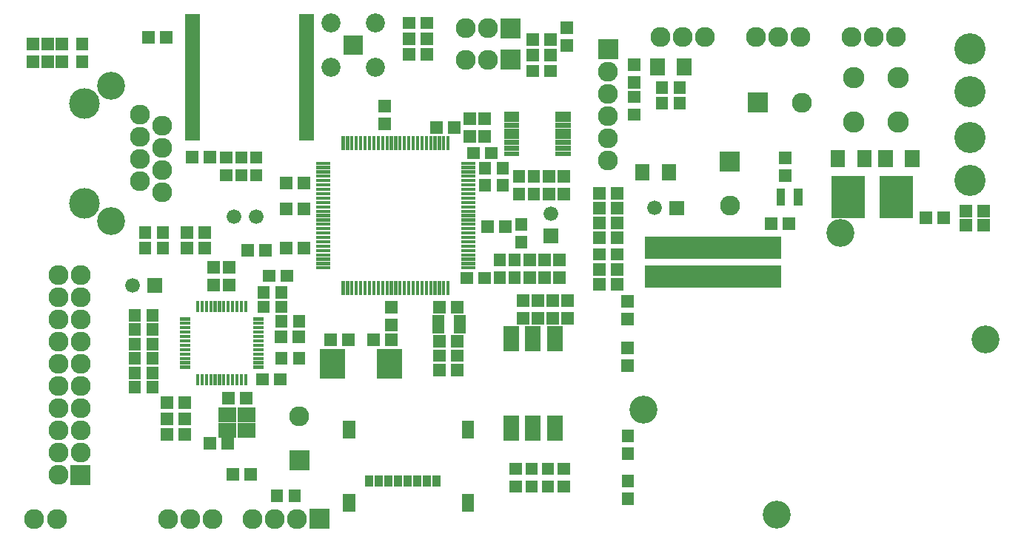
<source format=gbr>
G04 start of page 5 for group -4063 idx -4063 *
G04 Title: (unknown), componentmask *
G04 Creator: pcb 4.0.2 *
G04 CreationDate: Wed Oct 16 23:20:42 2019 UTC *
G04 For: walter *
G04 Format: Gerber/RS-274X *
G04 PCB-Dimensions (mil): 4429.13 2362.20 *
G04 PCB-Coordinate-Origin: lower left *
%MOIN*%
%FSLAX25Y25*%
%LNTOPMASK*%
%ADD78C,0.1380*%
%ADD77C,0.0860*%
%ADD76C,0.0960*%
%ADD75C,0.1400*%
%ADD74C,0.0660*%
%ADD73C,0.0900*%
%ADD72C,0.0001*%
%ADD71C,0.1260*%
G54D71*X279763Y55236D03*
X433700Y86732D03*
X339684Y7835D03*
G54D72*G36*
X129162Y10405D02*Y1405D01*
X138162D01*
Y10405D01*
X129162D01*
G37*
G36*
X259280Y222216D02*Y213216D01*
X268280D01*
Y222216D01*
X259280D01*
G37*
G54D73*X263780Y207716D03*
Y197716D03*
X287425Y223229D03*
X263780Y187716D03*
Y177716D03*
Y167716D03*
G54D72*G36*
X234692Y136961D02*Y130361D01*
X241292D01*
Y136961D01*
X234692D01*
G37*
G54D74*X237992Y143661D03*
X284686Y146065D03*
G54D71*X368346Y134763D03*
G54D72*G36*
X326601Y198201D02*Y189201D01*
X335601D01*
Y198201D01*
X326601D01*
G37*
G54D73*X351101Y193701D03*
G54D72*G36*
X314004Y171627D02*Y162627D01*
X323004D01*
Y171627D01*
X314004D01*
G37*
G54D73*X318504Y147127D03*
X297425Y223229D03*
G54D72*G36*
X291386Y149365D02*Y142765D01*
X297986D01*
Y149365D01*
X291386D01*
G37*
G54D73*X307425Y223229D03*
X330425D03*
X340425D03*
X350425D03*
X373425D03*
X383425D03*
X393425D03*
G54D75*X426574Y217806D03*
G54D76*X394385Y184946D03*
X374385D03*
G54D75*X426574Y158642D03*
Y178042D03*
G54D76*X394385Y204946D03*
X374385D03*
G54D75*X426574Y198406D03*
G54D72*G36*
X144716Y223985D02*Y215385D01*
X153316D01*
Y223985D01*
X144716D01*
G37*
G54D77*X139016Y209685D03*
Y229685D03*
X159016Y209685D03*
Y229685D03*
G54D72*G36*
X215185Y217492D02*Y208492D01*
X224185D01*
Y217492D01*
X215185D01*
G37*
G54D73*X209685Y212992D03*
X199685D03*
G54D72*G36*
X215185Y231665D02*Y222665D01*
X224185D01*
Y231665D01*
X215185D01*
G37*
G54D73*X209685Y227165D03*
X199685D03*
G54D72*G36*
X21681Y30287D02*Y21287D01*
X30681D01*
Y30287D01*
X21681D01*
G37*
G54D73*X16181Y25787D03*
X26181Y35787D03*
X16181D03*
X26181Y45787D03*
X16181D03*
X26181Y55787D03*
X16181D03*
X26181Y65787D03*
X16181D03*
X85570Y5874D03*
X75531D03*
X65492D03*
X5452D03*
X15492D03*
G54D72*G36*
X120303Y36783D02*Y27783D01*
X129303D01*
Y36783D01*
X120303D01*
G37*
G54D73*X124803Y52283D03*
X123662Y5905D03*
X113662D03*
X103662D03*
X26181Y75787D03*
Y85787D03*
Y95787D03*
X16181Y75787D03*
Y85787D03*
Y95787D03*
Y105787D03*
Y115787D03*
X26181Y105787D03*
Y115787D03*
G54D72*G36*
X56347Y114519D02*Y107919D01*
X62947D01*
Y114519D01*
X56347D01*
G37*
G54D74*X49647Y111219D03*
G54D71*X39952Y140384D03*
G54D74*X105315Y142322D03*
X95315D03*
G54D71*X39952Y201384D03*
G54D78*X27952Y193384D03*
Y148384D03*
G54D73*X62952Y153384D03*
Y183384D03*
Y173384D03*
Y163384D03*
X52952Y178384D03*
Y168384D03*
Y188384D03*
Y158384D03*
G54D72*G36*
X52515Y137839D02*Y132239D01*
X58115D01*
Y137839D01*
X52515D01*
G37*
G36*
X60515D02*Y132239D01*
X66115D01*
Y137839D01*
X60515D01*
G37*
G36*
X52515Y130752D02*Y125152D01*
X58115D01*
Y130752D01*
X52515D01*
G37*
G36*
X60515D02*Y125152D01*
X66115D01*
Y130752D01*
X60515D01*
G37*
G36*
X53893Y225831D02*Y220231D01*
X59493D01*
Y225831D01*
X53893D01*
G37*
G36*
X61893D02*Y220231D01*
X67493D01*
Y225831D01*
X61893D01*
G37*
G36*
X71216Y130752D02*Y125152D01*
X76816D01*
Y130752D01*
X71216D01*
G37*
G36*
X79216D02*Y125152D01*
X84816D01*
Y130752D01*
X79216D01*
G37*
G36*
X71216Y137839D02*Y132239D01*
X76816D01*
Y137839D01*
X71216D01*
G37*
G36*
X79216D02*Y132239D01*
X84816D01*
Y137839D01*
X79216D01*
G37*
G36*
X73578Y171894D02*Y166294D01*
X79178D01*
Y171894D01*
X73578D01*
G37*
G36*
X73366Y197587D02*Y191831D01*
X80106D01*
Y197587D01*
X73366D01*
G37*
G36*
Y192470D02*Y186714D01*
X80106D01*
Y192470D01*
X73366D01*
G37*
G36*
Y187352D02*Y181596D01*
X80106D01*
Y187352D01*
X73366D01*
G37*
G36*
Y182233D02*Y176477D01*
X80106D01*
Y182233D01*
X73366D01*
G37*
G36*
X106649Y129965D02*Y124365D01*
X112249D01*
Y129965D01*
X106649D01*
G37*
G36*
X115902Y130751D02*Y125151D01*
X121502D01*
Y130751D01*
X115902D01*
G37*
G36*
X123902D02*Y125151D01*
X129502D01*
Y130751D01*
X123902D01*
G37*
G36*
X98649Y129965D02*Y124365D01*
X104249D01*
Y129965D01*
X98649D01*
G37*
G36*
X115902Y160279D02*Y154679D01*
X121502D01*
Y160279D01*
X115902D01*
G37*
G36*
X123902D02*Y154679D01*
X129502D01*
Y160279D01*
X123902D01*
G37*
G36*
X115902Y148468D02*Y142868D01*
X121502D01*
Y148468D01*
X115902D01*
G37*
G36*
X123902D02*Y142868D01*
X129502D01*
Y148468D01*
X123902D01*
G37*
G36*
X124547Y228296D02*Y222540D01*
X131287D01*
Y228296D01*
X124547D01*
G37*
G36*
Y223177D02*Y217421D01*
X131287D01*
Y223177D01*
X124547D01*
G37*
G36*
Y218060D02*Y212304D01*
X131287D01*
Y218060D01*
X124547D01*
G37*
G36*
Y212942D02*Y207186D01*
X131287D01*
Y212942D01*
X124547D01*
G37*
G36*
Y207824D02*Y202068D01*
X131287D01*
Y207824D01*
X124547D01*
G37*
G36*
Y202706D02*Y196950D01*
X131287D01*
Y202706D01*
X124547D01*
G37*
G36*
Y197587D02*Y191831D01*
X131287D01*
Y197587D01*
X124547D01*
G37*
G36*
Y192470D02*Y186714D01*
X131287D01*
Y192470D01*
X124547D01*
G37*
G36*
Y187352D02*Y181596D01*
X131287D01*
Y187352D01*
X124547D01*
G37*
G36*
Y233414D02*Y227658D01*
X131287D01*
Y233414D01*
X124547D01*
G37*
G36*
Y182233D02*Y176477D01*
X131287D01*
Y182233D01*
X124547D01*
G37*
G36*
X81578Y171894D02*Y166294D01*
X87178D01*
Y171894D01*
X81578D01*
G37*
G36*
X89129Y171697D02*Y166097D01*
X94729D01*
Y171697D01*
X89129D01*
G37*
G36*
X95822D02*Y166097D01*
X101422D01*
Y171697D01*
X95822D01*
G37*
G36*
X102515D02*Y166097D01*
X108115D01*
Y171697D01*
X102515D01*
G37*
G36*
X89129Y163697D02*Y158097D01*
X94729D01*
Y163697D01*
X89129D01*
G37*
G36*
X95822D02*Y158097D01*
X101422D01*
Y163697D01*
X95822D01*
G37*
G36*
X102515D02*Y158097D01*
X108115D01*
Y163697D01*
X102515D01*
G37*
G36*
X73366Y228296D02*Y222540D01*
X80106D01*
Y228296D01*
X73366D01*
G37*
G36*
Y223177D02*Y217421D01*
X80106D01*
Y223177D01*
X73366D01*
G37*
G36*
Y218060D02*Y212304D01*
X80106D01*
Y218060D01*
X73366D01*
G37*
G36*
Y212942D02*Y207186D01*
X80106D01*
Y212942D01*
X73366D01*
G37*
G36*
Y207824D02*Y202068D01*
X80106D01*
Y207824D01*
X73366D01*
G37*
G36*
Y202706D02*Y196950D01*
X80106D01*
Y202706D01*
X73366D01*
G37*
G36*
Y233414D02*Y227658D01*
X80106D01*
Y233414D01*
X73366D01*
G37*
G36*
X24169Y214986D02*Y209386D01*
X29769D01*
Y214986D01*
X24169D01*
G37*
G36*
Y222986D02*Y217386D01*
X29769D01*
Y222986D01*
X24169D01*
G37*
G36*
X8616Y214986D02*Y209386D01*
X14216D01*
Y214986D01*
X8616D01*
G37*
G36*
Y222986D02*Y217386D01*
X14216D01*
Y222986D01*
X8616D01*
G37*
G36*
X15112Y214986D02*Y209386D01*
X20712D01*
Y214986D01*
X15112D01*
G37*
G36*
Y222986D02*Y217386D01*
X20712D01*
Y222986D01*
X15112D01*
G37*
G36*
X2120Y214986D02*Y209386D01*
X7720D01*
Y214986D01*
X2120D01*
G37*
G36*
Y222986D02*Y217386D01*
X7720D01*
Y222986D01*
X2120D01*
G37*
G36*
X101292Y104163D02*X99890D01*
Y99363D01*
X101292D01*
Y104163D01*
G37*
G36*
X99324D02*X97922D01*
Y99363D01*
X99324D01*
Y104163D01*
G37*
G36*
X97355D02*X95953D01*
Y99363D01*
X97355D01*
Y104163D01*
G37*
G36*
X95387D02*X93985D01*
Y99363D01*
X95387D01*
Y104163D01*
G37*
G36*
X90312Y122089D02*Y116489D01*
X95912D01*
Y122089D01*
X90312D01*
G37*
G36*
Y114089D02*Y108489D01*
X95912D01*
Y114089D01*
X90312D01*
G37*
G36*
X83224Y122091D02*Y116491D01*
X88824D01*
Y122091D01*
X83224D01*
G37*
G36*
Y114091D02*Y108491D01*
X88824D01*
Y114091D01*
X83224D01*
G37*
G36*
X93418Y104163D02*X92016D01*
Y99363D01*
X93418D01*
Y104163D01*
G37*
G36*
X91450D02*X90048D01*
Y99363D01*
X91450D01*
Y104163D01*
G37*
G36*
X89481D02*X88079D01*
Y99363D01*
X89481D01*
Y104163D01*
G37*
G36*
X105862Y104374D02*Y98774D01*
X111462D01*
Y104374D01*
X105862D01*
G37*
G36*
X113862D02*Y98774D01*
X119462D01*
Y104374D01*
X113862D01*
G37*
G36*
X105863Y110870D02*Y105270D01*
X111463D01*
Y110870D01*
X105863D01*
G37*
G36*
X113863D02*Y105270D01*
X119463D01*
Y110870D01*
X113863D01*
G37*
G36*
X108421Y118350D02*Y112750D01*
X114021D01*
Y118350D01*
X108421D01*
G37*
G36*
X116421D02*Y112750D01*
X122021D01*
Y118350D01*
X116421D01*
G37*
G36*
X103894Y75109D02*Y73707D01*
X108694D01*
Y75109D01*
X103894D01*
G37*
G36*
Y77077D02*Y75675D01*
X108694D01*
Y77077D01*
X103894D01*
G37*
G36*
Y79046D02*Y77644D01*
X108694D01*
Y79046D01*
X103894D01*
G37*
G36*
Y81014D02*Y79612D01*
X108694D01*
Y81014D01*
X103894D01*
G37*
G36*
Y82983D02*Y81581D01*
X108694D01*
Y82983D01*
X103894D01*
G37*
G36*
Y84951D02*Y83549D01*
X108694D01*
Y84951D01*
X103894D01*
G37*
G36*
Y86920D02*Y85518D01*
X108694D01*
Y86920D01*
X103894D01*
G37*
G36*
Y88888D02*Y87486D01*
X108694D01*
Y88888D01*
X103894D01*
G37*
G36*
Y90857D02*Y89455D01*
X108694D01*
Y90857D01*
X103894D01*
G37*
G36*
Y92825D02*Y91423D01*
X108694D01*
Y92825D01*
X103894D01*
G37*
G36*
Y94794D02*Y93392D01*
X108694D01*
Y94794D01*
X103894D01*
G37*
G36*
Y96762D02*Y95360D01*
X108694D01*
Y96762D01*
X103894D01*
G37*
G36*
X113807Y97877D02*Y92277D01*
X119407D01*
Y97877D01*
X113807D01*
G37*
G36*
X113806Y90792D02*Y85192D01*
X119406D01*
Y90792D01*
X113806D01*
G37*
G36*
X105272Y71696D02*Y66096D01*
X110872D01*
Y71696D01*
X105272D01*
G37*
G36*
X89720Y42760D02*Y37160D01*
X95320D01*
Y42760D01*
X89720D01*
G37*
G36*
X81720D02*Y37160D01*
X87320D01*
Y42760D01*
X81720D01*
G37*
G36*
X99956Y28784D02*Y23184D01*
X105556D01*
Y28784D01*
X99956D01*
G37*
G36*
X91956D02*Y23184D01*
X97556D01*
Y28784D01*
X91956D01*
G37*
G36*
X113272Y71696D02*Y66096D01*
X118872D01*
Y71696D01*
X113272D01*
G37*
G36*
X113807Y81145D02*Y75545D01*
X119407D01*
Y81145D01*
X113807D01*
G37*
G36*
X119838Y19138D02*Y13538D01*
X125438D01*
Y19138D01*
X119838D01*
G37*
G36*
X111838D02*Y13538D01*
X117438D01*
Y19138D01*
X111838D01*
G37*
G36*
X87513Y104163D02*X86111D01*
Y99363D01*
X87513D01*
Y104163D01*
G37*
G36*
X85544D02*X84142D01*
Y99363D01*
X85544D01*
Y104163D01*
G37*
G36*
X83576D02*X82174D01*
Y99363D01*
X83576D01*
Y104163D01*
G37*
G36*
X81607D02*X80205D01*
Y99363D01*
X81607D01*
Y104163D01*
G37*
G36*
X79639D02*X78237D01*
Y99363D01*
X79639D01*
Y104163D01*
G37*
G36*
X70836Y96761D02*Y95359D01*
X75636D01*
Y96761D01*
X70836D01*
G37*
G36*
Y94793D02*Y93391D01*
X75636D01*
Y94793D01*
X70836D01*
G37*
G36*
X55863Y100634D02*Y95034D01*
X61463D01*
Y100634D01*
X55863D01*
G37*
G36*
X47863D02*Y95034D01*
X53463D01*
Y100634D01*
X47863D01*
G37*
G36*
X55863Y94138D02*Y88538D01*
X61463D01*
Y94138D01*
X55863D01*
G37*
G36*
X47863D02*Y88538D01*
X53463D01*
Y94138D01*
X47863D01*
G37*
G36*
X70836Y92824D02*Y91422D01*
X75636D01*
Y92824D01*
X70836D01*
G37*
G36*
Y90856D02*Y89454D01*
X75636D01*
Y90856D01*
X70836D01*
G37*
G36*
Y88887D02*Y87485D01*
X75636D01*
Y88887D01*
X70836D01*
G37*
G36*
Y86919D02*Y85517D01*
X75636D01*
Y86919D01*
X70836D01*
G37*
G36*
Y84950D02*Y83548D01*
X75636D01*
Y84950D01*
X70836D01*
G37*
G36*
Y82982D02*Y81580D01*
X75636D01*
Y82982D01*
X70836D01*
G37*
G36*
Y81013D02*Y79611D01*
X75636D01*
Y81013D01*
X70836D01*
G37*
G36*
Y79045D02*Y77643D01*
X75636D01*
Y79045D01*
X70836D01*
G37*
G36*
Y77076D02*Y75674D01*
X75636D01*
Y77076D01*
X70836D01*
G37*
G36*
Y75108D02*Y73706D01*
X75636D01*
Y75108D01*
X70836D01*
G37*
G36*
X79640Y71105D02*X78238D01*
Y66305D01*
X79640D01*
Y71105D01*
G37*
G36*
X81608D02*X80206D01*
Y66305D01*
X81608D01*
Y71105D01*
G37*
G36*
X83577D02*X82175D01*
Y66305D01*
X83577D01*
Y71105D01*
G37*
G36*
X70428Y61067D02*Y55467D01*
X76028D01*
Y61067D01*
X70428D01*
G37*
G36*
X70429Y53980D02*Y48380D01*
X76029D01*
Y53980D01*
X70429D01*
G37*
G36*
X70428Y46894D02*Y41294D01*
X76028D01*
Y46894D01*
X70428D01*
G37*
G36*
X85545Y71105D02*X84143D01*
Y66305D01*
X85545D01*
Y71105D01*
G37*
G36*
X87514D02*X86112D01*
Y66305D01*
X87514D01*
Y71105D01*
G37*
G36*
X89482D02*X88080D01*
Y66305D01*
X89482D01*
Y71105D01*
G37*
G36*
X91451D02*X90049D01*
Y66305D01*
X91451D01*
Y71105D01*
G37*
G36*
X93419D02*X92017D01*
Y66305D01*
X93419D01*
Y71105D01*
G37*
G36*
X89918Y63231D02*Y57631D01*
X95518D01*
Y63231D01*
X89918D01*
G37*
G36*
X95388Y71105D02*X93986D01*
Y66305D01*
X95388D01*
Y71105D01*
G37*
G36*
X97356D02*X95954D01*
Y66305D01*
X97356D01*
Y71105D01*
G37*
G36*
X99325D02*X97923D01*
Y66305D01*
X99325D01*
Y71105D01*
G37*
G36*
X101293D02*X99891D01*
Y66305D01*
X101293D01*
Y71105D01*
G37*
G36*
X97918Y63231D02*Y57631D01*
X103518D01*
Y63231D01*
X97918D01*
G37*
G36*
X88286Y56200D02*Y49700D01*
X96361D01*
Y56200D01*
X88286D01*
G37*
G36*
X96948D02*Y49700D01*
X105023D01*
Y56200D01*
X96948D01*
G37*
G36*
X88286Y49114D02*Y42614D01*
X96361D01*
Y49114D01*
X88286D01*
G37*
G36*
X96948D02*Y42614D01*
X105023D01*
Y49114D01*
X96948D01*
G37*
G36*
X55863Y87641D02*Y82041D01*
X61463D01*
Y87641D01*
X55863D01*
G37*
G36*
Y81145D02*Y75545D01*
X61463D01*
Y81145D01*
X55863D01*
G37*
G36*
Y74649D02*Y69049D01*
X61463D01*
Y74649D01*
X55863D01*
G37*
G36*
X47863Y87641D02*Y82041D01*
X53463D01*
Y87641D01*
X47863D01*
G37*
G36*
Y81145D02*Y75545D01*
X53463D01*
Y81145D01*
X47863D01*
G37*
G36*
Y74649D02*Y69049D01*
X53463D01*
Y74649D01*
X47863D01*
G37*
G36*
Y68153D02*Y62553D01*
X53463D01*
Y68153D01*
X47863D01*
G37*
G36*
X55863D02*Y62553D01*
X61463D01*
Y68153D01*
X55863D01*
G37*
G36*
X62428Y61067D02*Y55467D01*
X68028D01*
Y61067D01*
X62428D01*
G37*
G36*
X62429Y53980D02*Y48380D01*
X68029D01*
Y53980D01*
X62429D01*
G37*
G36*
X62428Y46894D02*Y41294D01*
X68028D01*
Y46894D01*
X62428D01*
G37*
G36*
X320042Y120318D02*X315862D01*
Y110233D01*
X320042D01*
Y120318D01*
G37*
G36*
X318074D02*X313894D01*
Y110233D01*
X318074D01*
Y120318D01*
G37*
G36*
X316105D02*X311925D01*
Y110233D01*
X316105D01*
Y120318D01*
G37*
G36*
X314137D02*X309957D01*
Y110233D01*
X314137D01*
Y120318D01*
G37*
G36*
X312168D02*X307988D01*
Y110233D01*
X312168D01*
Y120318D01*
G37*
G36*
X310200D02*X306020D01*
Y110233D01*
X310200D01*
Y120318D01*
G37*
G36*
X308231D02*X304051D01*
Y110233D01*
X308231D01*
Y120318D01*
G37*
G36*
X306263D02*X302083D01*
Y110233D01*
X306263D01*
Y120318D01*
G37*
G36*
X304294D02*X300114D01*
Y110233D01*
X304294D01*
Y120318D01*
G37*
G36*
X302326D02*X298146D01*
Y110233D01*
X302326D01*
Y120318D01*
G37*
G36*
X300357D02*X296177D01*
Y110233D01*
X300357D01*
Y120318D01*
G37*
G36*
X318074Y133310D02*X313894D01*
Y123225D01*
X318074D01*
Y133310D01*
G37*
G36*
X316105D02*X311925D01*
Y123225D01*
X316105D01*
Y133310D01*
G37*
G36*
X314137D02*X309957D01*
Y123225D01*
X314137D01*
Y133310D01*
G37*
G36*
X312168D02*X307988D01*
Y123225D01*
X312168D01*
Y133310D01*
G37*
G36*
X310200D02*X306020D01*
Y123225D01*
X310200D01*
Y133310D01*
G37*
G36*
X308231D02*X304051D01*
Y123225D01*
X308231D01*
Y133310D01*
G37*
G36*
X306263D02*X302083D01*
Y123225D01*
X306263D01*
Y133310D01*
G37*
G36*
X304294D02*X300114D01*
Y123225D01*
X304294D01*
Y133310D01*
G37*
G36*
X302326D02*X298146D01*
Y123225D01*
X302326D01*
Y133310D01*
G37*
G36*
X300357D02*X296177D01*
Y123225D01*
X300357D01*
Y133310D01*
G37*
G36*
X298389D02*X294209D01*
Y123225D01*
X298389D01*
Y133310D01*
G37*
G36*
X296420D02*X292240D01*
Y123225D01*
X296420D01*
Y133310D01*
G37*
G36*
X294452D02*X290272D01*
Y123225D01*
X294452D01*
Y133310D01*
G37*
G36*
X292483D02*X288303D01*
Y123225D01*
X292483D01*
Y133310D01*
G37*
G36*
X290515D02*X286335D01*
Y123225D01*
X290515D01*
Y133310D01*
G37*
G36*
X288546D02*X284366D01*
Y123225D01*
X288546D01*
Y133310D01*
G37*
G36*
X286578D02*X282398D01*
Y123225D01*
X286578D01*
Y133310D01*
G37*
G36*
X284609D02*X280429D01*
Y123225D01*
X284609D01*
Y133310D01*
G37*
G36*
X298389Y120318D02*X294209D01*
Y110233D01*
X298389D01*
Y120318D01*
G37*
G36*
X296420D02*X292240D01*
Y110233D01*
X296420D01*
Y120318D01*
G37*
G36*
X294452D02*X290272D01*
Y110233D01*
X294452D01*
Y120318D01*
G37*
G36*
X292483D02*X288303D01*
Y110233D01*
X292483D01*
Y120318D01*
G37*
G36*
X290515D02*X286335D01*
Y110233D01*
X290515D01*
Y120318D01*
G37*
G36*
X288546D02*X284366D01*
Y110233D01*
X288546D01*
Y120318D01*
G37*
G36*
X286578D02*X282398D01*
Y110233D01*
X286578D01*
Y120318D01*
G37*
G36*
X284609D02*X280429D01*
Y110233D01*
X284609D01*
Y120318D01*
G37*
G36*
X265043Y114611D02*Y109011D01*
X270643D01*
Y114611D01*
X265043D01*
G37*
G36*
X269641Y106933D02*Y101333D01*
X275241D01*
Y106933D01*
X269641D01*
G37*
G36*
Y98933D02*Y93333D01*
X275241D01*
Y98933D01*
X269641D01*
G37*
G36*
X265043Y121303D02*Y115703D01*
X270643D01*
Y121303D01*
X265043D01*
G37*
G36*
Y127996D02*Y122396D01*
X270643D01*
Y127996D01*
X265043D01*
G37*
G36*
X243250Y52476D02*X236250D01*
Y41146D01*
X243250D01*
Y52476D01*
G37*
G36*
X223565Y52477D02*X216565D01*
Y41147D01*
X223565D01*
Y52477D01*
G37*
G36*
X233408Y52476D02*X226408D01*
Y41146D01*
X233408D01*
Y52476D01*
G37*
G36*
X269837Y46303D02*Y40703D01*
X275437D01*
Y46303D01*
X269837D01*
G37*
G36*
X243250Y93027D02*X236250D01*
Y81697D01*
X243250D01*
Y93027D01*
G37*
G36*
X269641Y85870D02*Y80270D01*
X275241D01*
Y85870D01*
X269641D01*
G37*
G36*
Y77870D02*Y72270D01*
X275241D01*
Y77870D01*
X269641D01*
G37*
G36*
X233408Y93027D02*X226408D01*
Y81697D01*
X233408D01*
Y93027D01*
G37*
G36*
X225546Y125437D02*Y119837D01*
X231146D01*
Y125437D01*
X225546D01*
G37*
G36*
Y117437D02*Y111837D01*
X231146D01*
Y117437D01*
X225546D01*
G37*
G36*
X232239Y125437D02*Y119837D01*
X237839D01*
Y125437D01*
X232239D01*
G37*
G36*
Y117437D02*Y111837D01*
X237839D01*
Y117437D01*
X232239D01*
G37*
G36*
X229286Y107130D02*Y101530D01*
X234886D01*
Y107130D01*
X229286D01*
G37*
G36*
Y99130D02*Y93530D01*
X234886D01*
Y99130D01*
X229286D01*
G37*
G36*
X235979Y107130D02*Y101530D01*
X241579D01*
Y107130D01*
X235979D01*
G37*
G36*
Y99130D02*Y93530D01*
X241579D01*
Y99130D01*
X235979D01*
G37*
G36*
X242672D02*Y93530D01*
X248272D01*
Y99130D01*
X242672D01*
G37*
G36*
Y107130D02*Y101530D01*
X248272D01*
Y107130D01*
X242672D01*
G37*
G36*
X257043Y114611D02*Y109011D01*
X262643D01*
Y114611D01*
X257043D01*
G37*
G36*
X238932Y117437D02*Y111837D01*
X244532D01*
Y117437D01*
X238932D01*
G37*
G36*
X257043Y121303D02*Y115703D01*
X262643D01*
Y121303D01*
X257043D01*
G37*
G36*
Y127996D02*Y122396D01*
X262643D01*
Y127996D01*
X257043D01*
G37*
G36*
X238932Y125437D02*Y119837D01*
X244532D01*
Y125437D01*
X238932D01*
G37*
G36*
X269837Y25831D02*Y20231D01*
X275437D01*
Y25831D01*
X269837D01*
G37*
G36*
Y17831D02*Y12231D01*
X275437D01*
Y17831D01*
X269837D01*
G37*
G36*
X219247Y31342D02*Y25742D01*
X224847D01*
Y31342D01*
X219247D01*
G37*
G36*
Y23342D02*Y17742D01*
X224847D01*
Y23342D01*
X219247D01*
G37*
G36*
X226531Y31342D02*Y25742D01*
X232131D01*
Y31342D01*
X226531D01*
G37*
G36*
Y23342D02*Y17742D01*
X232131D01*
Y23342D01*
X226531D01*
G37*
G36*
X233814Y31342D02*Y25742D01*
X239414D01*
Y31342D01*
X233814D01*
G37*
G36*
Y23342D02*Y17742D01*
X239414D01*
Y23342D01*
X233814D01*
G37*
G36*
X241098Y31342D02*Y25742D01*
X246698D01*
Y31342D01*
X241098D01*
G37*
G36*
Y23342D02*Y17742D01*
X246698D01*
Y23342D01*
X241098D01*
G37*
G36*
X269837Y38303D02*Y32703D01*
X275437D01*
Y38303D01*
X269837D01*
G37*
G36*
X223565Y93028D02*X216565D01*
Y81698D01*
X223565D01*
Y93028D01*
G37*
G36*
X221808Y141578D02*Y135978D01*
X227408D01*
Y141578D01*
X221808D01*
G37*
G36*
X214651Y140594D02*Y134994D01*
X220251D01*
Y140594D01*
X214651D01*
G37*
G36*
X221808Y133578D02*Y127978D01*
X227408D01*
Y133578D01*
X221808D01*
G37*
G36*
X222593Y107130D02*Y101530D01*
X228193D01*
Y107130D01*
X222593D01*
G37*
G36*
Y99130D02*Y93530D01*
X228193D01*
Y99130D01*
X222593D01*
G37*
G36*
X218853Y125437D02*Y119837D01*
X224453D01*
Y125437D01*
X218853D01*
G37*
G36*
Y117437D02*Y111837D01*
X224453D01*
Y117437D01*
X218853D01*
G37*
G36*
X212161Y125437D02*Y119837D01*
X217761D01*
Y125437D01*
X212161D01*
G37*
G36*
Y117437D02*Y111837D01*
X217761D01*
Y117437D01*
X212161D01*
G37*
G36*
X197397Y117366D02*Y111766D01*
X202997D01*
Y117366D01*
X197397D01*
G37*
G36*
X205397D02*Y111766D01*
X210997D01*
Y117366D01*
X205397D01*
G37*
G36*
X197522Y119795D02*Y118393D01*
X203822D01*
Y119795D01*
X197522D01*
G37*
G36*
Y121763D02*Y120361D01*
X203822D01*
Y121763D01*
X197522D01*
G37*
G36*
Y123732D02*Y122330D01*
X203822D01*
Y123732D01*
X197522D01*
G37*
G36*
Y125700D02*Y124298D01*
X203822D01*
Y125700D01*
X197522D01*
G37*
G36*
Y127669D02*Y126267D01*
X203822D01*
Y127669D01*
X197522D01*
G37*
G36*
Y129637D02*Y128235D01*
X203822D01*
Y129637D01*
X197522D01*
G37*
G36*
X206651Y140594D02*Y134994D01*
X212251D01*
Y140594D01*
X206651D01*
G37*
G36*
X184995Y75831D02*Y70231D01*
X190595D01*
Y75831D01*
X184995D01*
G37*
G36*
X192995D02*Y70231D01*
X198595D01*
Y75831D01*
X192995D01*
G37*
G36*
X184997Y104177D02*Y98577D01*
X190597D01*
Y104177D01*
X184997D01*
G37*
G36*
X192997D02*Y98577D01*
X198597D01*
Y104177D01*
X192997D01*
G37*
G36*
X194374Y97950D02*Y95750D01*
X199723D01*
Y97950D01*
X194374D01*
G37*
G36*
X199723D02*X197523D01*
Y89450D01*
X199723D01*
Y97950D01*
G37*
G36*
X199330Y97556D02*X197130D01*
Y89844D01*
X199330D01*
Y97556D01*
G37*
G36*
X198936Y97162D02*X196736D01*
Y90238D01*
X198936D01*
Y97162D01*
G37*
G36*
X198542Y96768D02*X196342D01*
Y90631D01*
X198542D01*
Y96768D01*
G37*
G36*
X194374Y91650D02*Y89450D01*
X199723D01*
Y91650D01*
X194374D01*
G37*
G36*
X196574Y97950D02*X194374D01*
Y89450D01*
X196574D01*
Y97950D01*
G37*
G36*
X194768Y92044D02*Y89844D01*
X199330D01*
Y92044D01*
X194768D01*
G37*
G36*
X196968Y97162D02*X194768D01*
Y89844D01*
X196968D01*
Y97162D01*
G37*
G36*
X198149Y96375D02*X195949D01*
Y90631D01*
X198149D01*
Y96375D01*
G37*
G36*
X194768Y97556D02*Y95356D01*
X199330D01*
Y97556D01*
X194768D01*
G37*
G36*
Y97162D02*Y94962D01*
X198936D01*
Y97162D01*
X194768D01*
G37*
G36*
X197361Y96768D02*X195161D01*
Y90238D01*
X197361D01*
Y96768D01*
G37*
G36*
X195161Y92438D02*Y90238D01*
X198936D01*
Y92438D01*
X195161D01*
G37*
G36*
X195555Y92831D02*Y90631D01*
X198542D01*
Y92831D01*
X195555D01*
G37*
G36*
X192997Y88822D02*Y83222D01*
X198597D01*
Y88822D01*
X192997D01*
G37*
G36*
X192995Y82327D02*Y76727D01*
X198595D01*
Y82327D01*
X192995D01*
G37*
G36*
X195161Y96768D02*Y94568D01*
X198542D01*
Y96768D01*
X195161D01*
G37*
G36*
X197755Y96375D02*X195555D01*
Y90631D01*
X197755D01*
Y96375D01*
G37*
G36*
X195555D02*Y94175D01*
X198149D01*
Y96375D01*
X195555D01*
G37*
G36*
X184531Y97950D02*Y95750D01*
X189880D01*
Y97950D01*
X184531D01*
G37*
G36*
X184925Y97556D02*Y95356D01*
X189487D01*
Y97556D01*
X184925D01*
G37*
G36*
Y97162D02*Y94962D01*
X189093D01*
Y97162D01*
X184925D01*
G37*
G36*
X189880Y97950D02*X187680D01*
Y89450D01*
X189880D01*
Y97950D01*
G37*
G36*
X189487Y97556D02*X187287D01*
Y89844D01*
X189487D01*
Y97556D01*
G37*
G36*
X188699Y96768D02*X186499D01*
Y90631D01*
X188699D01*
Y96768D01*
G37*
G36*
X185712Y92831D02*Y90631D01*
X188699D01*
Y92831D01*
X185712D01*
G37*
G36*
X188306Y96375D02*X186106D01*
Y90631D01*
X188306D01*
Y96375D01*
G37*
G36*
X186731Y97950D02*X184531D01*
Y89450D01*
X186731D01*
Y97950D01*
G37*
G36*
X187125Y97162D02*X184925D01*
Y89844D01*
X187125D01*
Y97162D01*
G37*
G36*
X189093D02*X186893D01*
Y90238D01*
X189093D01*
Y97162D01*
G37*
G36*
X185318Y92438D02*Y90238D01*
X189093D01*
Y92438D01*
X185318D01*
G37*
G36*
X184531Y91650D02*Y89450D01*
X189880D01*
Y91650D01*
X184531D01*
G37*
G36*
X184925Y92044D02*Y89844D01*
X189487D01*
Y92044D01*
X184925D01*
G37*
G36*
X187518Y96768D02*X185318D01*
Y90238D01*
X187518D01*
Y96768D01*
G37*
G36*
X185318D02*Y94568D01*
X188699D01*
Y96768D01*
X185318D01*
G37*
G36*
X187912Y96375D02*X185712D01*
Y90631D01*
X187912D01*
Y96375D01*
G37*
G36*
X185712D02*Y94175D01*
X188306D01*
Y96375D01*
X185712D01*
G37*
G36*
X184997Y88822D02*Y83222D01*
X190597D01*
Y88822D01*
X184997D01*
G37*
G36*
X184995Y82327D02*Y76727D01*
X190595D01*
Y82327D01*
X184995D01*
G37*
G36*
X172751Y113307D02*X171349D01*
Y107007D01*
X172751D01*
Y113307D01*
G37*
G36*
X174719D02*X173317D01*
Y107007D01*
X174719D01*
Y113307D01*
G37*
G36*
X176688D02*X175286D01*
Y107007D01*
X176688D01*
Y113307D01*
G37*
G36*
X178656D02*X177254D01*
Y107007D01*
X178656D01*
Y113307D01*
G37*
G36*
X180625D02*X179223D01*
Y107007D01*
X180625D01*
Y113307D01*
G37*
G36*
X182593D02*X181191D01*
Y107007D01*
X182593D01*
Y113307D01*
G37*
G36*
X184562D02*X183160D01*
Y107007D01*
X184562D01*
Y113307D01*
G37*
G36*
X171216Y218154D02*Y212554D01*
X176816D01*
Y218154D01*
X171216D01*
G37*
G36*
Y225240D02*Y219640D01*
X176816D01*
Y225240D01*
X171216D01*
G37*
G36*
Y232327D02*Y226727D01*
X176816D01*
Y232327D01*
X171216D01*
G37*
G36*
X179216Y218154D02*Y212554D01*
X184816D01*
Y218154D01*
X179216D01*
G37*
G36*
Y225240D02*Y219640D01*
X184816D01*
Y225240D01*
X179216D01*
G37*
G36*
Y232327D02*Y226727D01*
X184816D01*
Y232327D01*
X179216D01*
G37*
G36*
X186530Y113307D02*X185128D01*
Y107007D01*
X186530D01*
Y113307D01*
G37*
G36*
X188499D02*X187097D01*
Y107007D01*
X188499D01*
Y113307D01*
G37*
G36*
X190467D02*X189065D01*
Y107007D01*
X190467D01*
Y113307D01*
G37*
G36*
X192436D02*X191034D01*
Y107007D01*
X192436D01*
Y113307D01*
G37*
G36*
X188257Y25618D02*X184657D01*
Y20443D01*
X188257D01*
Y25618D01*
G37*
G36*
X203431Y17169D02*X197831D01*
Y9207D01*
X203431D01*
Y17169D01*
G37*
G36*
X203430Y50239D02*X197830D01*
Y42277D01*
X203430D01*
Y50239D01*
G37*
G36*
X183926Y25618D02*X180326D01*
Y20443D01*
X183926D01*
Y25618D01*
G37*
G36*
X179596D02*X175996D01*
Y20443D01*
X179596D01*
Y25618D01*
G37*
G36*
X175265D02*X171665D01*
Y20443D01*
X175265D01*
Y25618D01*
G37*
G36*
X220822Y163233D02*Y157633D01*
X226422D01*
Y163233D01*
X220822D01*
G37*
G36*
Y155233D02*Y149633D01*
X226422D01*
Y155233D01*
X220822D01*
G37*
G36*
X227515Y163233D02*Y157633D01*
X233115D01*
Y163233D01*
X227515D01*
G37*
G36*
Y155233D02*Y149633D01*
X233115D01*
Y155233D01*
X227515D01*
G37*
G36*
X234208Y163233D02*Y157633D01*
X239808D01*
Y163233D01*
X234208D01*
G37*
G36*
Y155233D02*Y149633D01*
X239808D01*
Y155233D01*
X234208D01*
G37*
G36*
X240052Y171720D02*Y169420D01*
X246957D01*
Y171720D01*
X240052D01*
G37*
G36*
Y174278D02*Y171980D01*
X246957D01*
Y174278D01*
X240052D01*
G37*
G36*
Y176838D02*Y174538D01*
X246957D01*
Y176838D01*
X240052D01*
G37*
G36*
Y179396D02*Y177098D01*
X246957D01*
Y179396D01*
X240052D01*
G37*
G36*
Y181954D02*Y179656D01*
X246957D01*
Y181954D01*
X240052D01*
G37*
G36*
Y184514D02*Y182214D01*
X246957D01*
Y184514D01*
X240052D01*
G37*
G36*
Y187072D02*Y184774D01*
X246957D01*
Y187072D01*
X240052D01*
G37*
G36*
Y189632D02*Y187332D01*
X246957D01*
Y189632D01*
X240052D01*
G37*
G36*
X190468Y178425D02*X189066D01*
Y172125D01*
X190468D01*
Y178425D01*
G37*
G36*
X188499D02*X187097D01*
Y172125D01*
X188499D01*
Y178425D01*
G37*
G36*
X186531D02*X185129D01*
Y172125D01*
X186531D01*
Y178425D01*
G37*
G36*
X184562D02*X183160D01*
Y172125D01*
X184562D01*
Y178425D01*
G37*
G36*
X182594D02*X181192D01*
Y172125D01*
X182594D01*
Y178425D01*
G37*
G36*
X180625D02*X179223D01*
Y172125D01*
X180625D01*
Y178425D01*
G37*
G36*
X178657D02*X177255D01*
Y172125D01*
X178657D01*
Y178425D01*
G37*
G36*
X176688D02*X175286D01*
Y172125D01*
X176688D01*
Y178425D01*
G37*
G36*
X174720D02*X173318D01*
Y172125D01*
X174720D01*
Y178425D01*
G37*
G36*
X172751D02*X171349D01*
Y172125D01*
X172751D01*
Y178425D01*
G37*
G36*
X183688Y185280D02*Y179680D01*
X189288D01*
Y185280D01*
X183688D01*
G37*
G36*
X197522Y131606D02*Y130204D01*
X203822D01*
Y131606D01*
X197522D01*
G37*
G36*
Y133574D02*Y132172D01*
X203822D01*
Y133574D01*
X197522D01*
G37*
G36*
Y135543D02*Y134141D01*
X203822D01*
Y135543D01*
X197522D01*
G37*
G36*
Y137511D02*Y136109D01*
X203822D01*
Y137511D01*
X197522D01*
G37*
G36*
Y139480D02*Y138078D01*
X203822D01*
Y139480D01*
X197522D01*
G37*
G36*
Y141448D02*Y140046D01*
X203822D01*
Y141448D01*
X197522D01*
G37*
G36*
Y143417D02*Y142015D01*
X203822D01*
Y143417D01*
X197522D01*
G37*
G36*
Y145385D02*Y143983D01*
X203822D01*
Y145385D01*
X197522D01*
G37*
G36*
Y147354D02*Y145952D01*
X203822D01*
Y147354D01*
X197522D01*
G37*
G36*
Y149322D02*Y147920D01*
X203822D01*
Y149322D01*
X197522D01*
G37*
G36*
Y151291D02*Y149889D01*
X203822D01*
Y151291D01*
X197522D01*
G37*
G36*
Y153259D02*Y151857D01*
X203822D01*
Y153259D01*
X197522D01*
G37*
G36*
Y155228D02*Y153826D01*
X203822D01*
Y155228D01*
X197522D01*
G37*
G36*
Y157196D02*Y155794D01*
X203822D01*
Y157196D01*
X197522D01*
G37*
G36*
Y159165D02*Y157763D01*
X203822D01*
Y159165D01*
X197522D01*
G37*
G36*
Y161133D02*Y159731D01*
X203822D01*
Y161133D01*
X197522D01*
G37*
G36*
Y163102D02*Y161700D01*
X203822D01*
Y163102D01*
X197522D01*
G37*
G36*
Y165070D02*Y163668D01*
X203822D01*
Y165070D01*
X197522D01*
G37*
G36*
Y167039D02*Y165637D01*
X203822D01*
Y167039D01*
X197522D01*
G37*
G36*
X205539Y166972D02*Y161372D01*
X211139D01*
Y166972D01*
X205539D01*
G37*
G36*
Y159098D02*Y153498D01*
X211139D01*
Y159098D01*
X205539D01*
G37*
G36*
X192436Y178425D02*X191034D01*
Y172125D01*
X192436D01*
Y178425D01*
G37*
G36*
X216824Y189632D02*Y187332D01*
X223730D01*
Y189632D01*
X216824D01*
G37*
G36*
Y187072D02*Y184774D01*
X223730D01*
Y187072D01*
X216824D01*
G37*
G36*
Y184514D02*Y182214D01*
X223730D01*
Y184514D01*
X216824D01*
G37*
G36*
Y181954D02*Y179656D01*
X223730D01*
Y181954D01*
X216824D01*
G37*
G36*
Y179396D02*Y177098D01*
X223730D01*
Y179396D01*
X216824D01*
G37*
G36*
Y176838D02*Y174538D01*
X223730D01*
Y176838D01*
X216824D01*
G37*
G36*
Y174278D02*Y171980D01*
X223730D01*
Y174278D01*
X216824D01*
G37*
G36*
X208420Y173666D02*Y168066D01*
X214020D01*
Y173666D01*
X208420D01*
G37*
G36*
X200420D02*Y168066D01*
X206020D01*
Y173666D01*
X200420D01*
G37*
G36*
X216824Y171720D02*Y169420D01*
X223730D01*
Y171720D01*
X216824D01*
G37*
G36*
X213539Y166972D02*Y161372D01*
X219139D01*
Y166972D01*
X213539D01*
G37*
G36*
Y159098D02*Y153498D01*
X219139D01*
Y159098D01*
X213539D01*
G37*
G36*
X191688Y185280D02*Y179680D01*
X197288D01*
Y185280D01*
X191688D01*
G37*
G36*
X198578Y189217D02*Y183617D01*
X204178D01*
Y189217D01*
X198578D01*
G37*
G36*
Y181217D02*Y175617D01*
X204178D01*
Y181217D01*
X198578D01*
G37*
G36*
X205271Y189217D02*Y183617D01*
X210871D01*
Y189217D01*
X205271D01*
G37*
G36*
Y181217D02*Y175617D01*
X210871D01*
Y181217D01*
X205271D01*
G37*
G36*
X257042Y142169D02*Y136569D01*
X262642D01*
Y142169D01*
X257042D01*
G37*
G36*
Y135476D02*Y129876D01*
X262642D01*
Y135476D01*
X257042D01*
G37*
G36*
X265042Y142169D02*Y136569D01*
X270642D01*
Y142169D01*
X265042D01*
G37*
G36*
Y148862D02*Y143262D01*
X270642D01*
Y148862D01*
X265042D01*
G37*
G36*
Y135476D02*Y129876D01*
X270642D01*
Y135476D01*
X265042D01*
G37*
G36*
X257042Y148862D02*Y143262D01*
X262642D01*
Y148862D01*
X257042D01*
G37*
G36*
X282434Y166005D02*X275834D01*
Y158405D01*
X282434D01*
Y166005D01*
G37*
G36*
X257042Y155555D02*Y149955D01*
X262642D01*
Y155555D01*
X257042D01*
G37*
G36*
X265042D02*Y149955D01*
X270642D01*
Y155555D01*
X265042D01*
G37*
G36*
X240901Y163233D02*Y157633D01*
X246501D01*
Y163233D01*
X240901D01*
G37*
G36*
Y155233D02*Y149633D01*
X246501D01*
Y155233D01*
X240901D01*
G37*
G36*
X134139Y82397D02*Y80197D01*
X145394D01*
Y82397D01*
X134139D01*
G37*
G36*
X121807Y97877D02*Y92277D01*
X127407D01*
Y97877D01*
X121807D01*
G37*
G36*
X121806Y90792D02*Y85192D01*
X127406D01*
Y90792D01*
X121806D01*
G37*
G36*
X121807Y81145D02*Y75545D01*
X127407D01*
Y81145D01*
X121807D01*
G37*
G36*
X134532Y82004D02*Y79804D01*
X145000D01*
Y82004D01*
X134532D01*
G37*
G36*
Y81610D02*Y79410D01*
X144606D01*
Y81610D01*
X134532D01*
G37*
G36*
X136501Y79641D02*Y77441D01*
X142638D01*
Y79641D01*
X136501D01*
G37*
G36*
X135320Y80823D02*Y78623D01*
X143819D01*
Y80823D01*
X135320D01*
G37*
G36*
X135714Y80429D02*Y78229D01*
X143425D01*
Y80429D01*
X135714D01*
G37*
G36*
X137288Y78854D02*Y76654D01*
X141851D01*
Y78854D01*
X137288D01*
G37*
G36*
X135981Y89412D02*Y83812D01*
X141581D01*
Y89412D01*
X135981D01*
G37*
G36*
X143981D02*Y83812D01*
X149581D01*
Y89412D01*
X143981D01*
G37*
G36*
X155469D02*Y83812D01*
X161069D01*
Y89412D01*
X155469D01*
G37*
G36*
X145394Y82397D02*X143194D01*
Y69174D01*
X145394D01*
Y82397D01*
G37*
G36*
X145000Y82004D02*X142800D01*
Y69567D01*
X145000D01*
Y82004D01*
G37*
G36*
X144606Y81610D02*X142406D01*
Y69961D01*
X144606D01*
Y81610D01*
G37*
G36*
X145192Y113307D02*X143790D01*
Y107007D01*
X145192D01*
Y113307D01*
G37*
G36*
X147160D02*X145758D01*
Y107007D01*
X147160D01*
Y113307D01*
G37*
G36*
X149129D02*X147727D01*
Y107007D01*
X149129D01*
Y113307D01*
G37*
G36*
X151097D02*X149695D01*
Y107007D01*
X151097D01*
Y113307D01*
G37*
G36*
X153066D02*X151664D01*
Y107007D01*
X153066D01*
Y113307D01*
G37*
G36*
X155034D02*X153632D01*
Y107007D01*
X155034D01*
Y113307D01*
G37*
G36*
X157003D02*X155601D01*
Y107007D01*
X157003D01*
Y113307D01*
G37*
G36*
X158971D02*X157569D01*
Y107007D01*
X158971D01*
Y113307D01*
G37*
G36*
X160940D02*X159538D01*
Y107007D01*
X160940D01*
Y113307D01*
G37*
G36*
X134139Y71374D02*Y69174D01*
X145394D01*
Y71374D01*
X134139D01*
G37*
G36*
X134532Y71767D02*Y69567D01*
X145000D01*
Y71767D01*
X134532D01*
G37*
G36*
X134926Y72161D02*Y69961D01*
X144606D01*
Y72161D01*
X134926D01*
G37*
G36*
X136107Y73342D02*Y71142D01*
X143425D01*
Y73342D01*
X136107D01*
G37*
G36*
X136339Y82397D02*X134139D01*
Y69174D01*
X136339D01*
Y82397D01*
G37*
G36*
X136732Y81610D02*X134532D01*
Y69567D01*
X136732D01*
Y81610D01*
G37*
G36*
X137520Y80823D02*X135320D01*
Y70355D01*
X137520D01*
Y80823D01*
G37*
G36*
X137914Y80429D02*X135714D01*
Y70749D01*
X137914D01*
Y80429D01*
G37*
G36*
X135320Y72555D02*Y70355D01*
X144213D01*
Y72555D01*
X135320D01*
G37*
G36*
X135714Y72949D02*Y70749D01*
X143819D01*
Y72949D01*
X135714D01*
G37*
G36*
X136895Y74130D02*Y71930D01*
X142638D01*
Y74130D01*
X136895D01*
G37*
G36*
X149886Y17169D02*X144286D01*
Y9207D01*
X149886D01*
Y17169D01*
G37*
G36*
Y50239D02*X144286D01*
Y42277D01*
X149886D01*
Y50239D01*
G37*
G36*
X157942Y25618D02*X154342D01*
Y20443D01*
X157942D01*
Y25618D01*
G37*
G36*
X137126Y81216D02*X134926D01*
Y69961D01*
X137126D01*
Y81216D01*
G37*
G36*
X138307Y80035D02*X136107D01*
Y71142D01*
X138307D01*
Y80035D01*
G37*
G36*
X144213Y81216D02*X142013D01*
Y70355D01*
X144213D01*
Y81216D01*
G37*
G36*
X143032Y80035D02*X140832D01*
Y71536D01*
X143032D01*
Y80035D01*
G37*
G36*
X143819Y80823D02*X141619D01*
Y70749D01*
X143819D01*
Y80823D01*
G37*
G36*
X142638Y79641D02*X140438D01*
Y71930D01*
X142638D01*
Y79641D01*
G37*
G36*
X139095Y79248D02*X136895D01*
Y71930D01*
X139095D01*
Y79248D01*
G37*
G36*
X136895D02*Y77048D01*
X142244D01*
Y79248D01*
X136895D01*
G37*
G36*
X138469Y75704D02*Y73504D01*
X141063D01*
Y75704D01*
X138469D01*
G37*
G36*
X140669Y78067D02*X138469D01*
Y73504D01*
X140669D01*
Y78067D01*
G37*
G36*
X143425Y80429D02*X141225D01*
Y71142D01*
X143425D01*
Y80429D01*
G37*
G36*
X142244Y79248D02*X140044D01*
Y72323D01*
X142244D01*
Y79248D01*
G37*
G36*
X137288Y74523D02*Y72323D01*
X142244D01*
Y74523D01*
X137288D01*
G37*
G36*
X139488Y78854D02*X137288D01*
Y72323D01*
X139488D01*
Y78854D01*
G37*
G36*
X134926Y81216D02*Y79016D01*
X144213D01*
Y81216D01*
X134926D01*
G37*
G36*
X136107Y80035D02*Y77835D01*
X143032D01*
Y80035D01*
X136107D01*
G37*
G36*
X141851Y78854D02*X139651D01*
Y72717D01*
X141851D01*
Y78854D01*
G37*
G36*
X137682Y74917D02*Y72717D01*
X141851D01*
Y74917D01*
X137682D01*
G37*
G36*
X139882Y78460D02*X137682D01*
Y72717D01*
X139882D01*
Y78460D01*
G37*
G36*
X137682D02*Y76260D01*
X141457D01*
Y78460D01*
X137682D01*
G37*
G36*
X141457D02*X139257D01*
Y73111D01*
X141457D01*
Y78460D01*
G37*
G36*
X138076Y75311D02*Y73111D01*
X141457D01*
Y75311D01*
X138076D01*
G37*
G36*
X136501Y73736D02*Y71536D01*
X143032D01*
Y73736D01*
X136501D01*
G37*
G36*
X138701Y79641D02*X136501D01*
Y71536D01*
X138701D01*
Y79641D01*
G37*
G36*
X140276Y78067D02*X138076D01*
Y73111D01*
X140276D01*
Y78067D01*
G37*
G36*
X138076D02*Y75867D01*
X141063D01*
Y78067D01*
X138076D01*
G37*
G36*
X141063D02*X138863D01*
Y73504D01*
X141063D01*
Y78067D01*
G37*
G36*
X159730Y82397D02*Y80197D01*
X170985D01*
Y82397D01*
X159730D01*
G37*
G36*
X160123Y82004D02*Y79804D01*
X170591D01*
Y82004D01*
X160123D01*
G37*
G36*
Y81610D02*Y79410D01*
X170197D01*
Y81610D01*
X160123D01*
G37*
G36*
X160517Y81216D02*Y79016D01*
X169804D01*
Y81216D01*
X160517D01*
G37*
G36*
X160911Y80823D02*Y78623D01*
X169410D01*
Y80823D01*
X160911D01*
G37*
G36*
X161305Y80429D02*Y78229D01*
X169016D01*
Y80429D01*
X161305D01*
G37*
G36*
X161698Y80035D02*Y77835D01*
X168623D01*
Y80035D01*
X161698D01*
G37*
G36*
X170985Y82397D02*X168785D01*
Y69174D01*
X170985D01*
Y82397D01*
G37*
G36*
X170591Y82004D02*X168391D01*
Y69567D01*
X170591D01*
Y82004D01*
G37*
G36*
X170197Y81610D02*X167997D01*
Y69961D01*
X170197D01*
Y81610D01*
G37*
G36*
X170934Y25618D02*X167334D01*
Y20443D01*
X170934D01*
Y25618D01*
G37*
G36*
X169804Y81216D02*X167604D01*
Y70355D01*
X169804D01*
Y81216D01*
G37*
G36*
X169410Y80823D02*X167210D01*
Y70749D01*
X169410D01*
Y80823D01*
G37*
G36*
X169016Y80429D02*X166816D01*
Y71142D01*
X169016D01*
Y80429D01*
G37*
G36*
X168623Y80035D02*X166423D01*
Y71536D01*
X168623D01*
Y80035D01*
G37*
G36*
X170783Y178425D02*X169381D01*
Y172125D01*
X170783D01*
Y178425D01*
G37*
G36*
X168814D02*X167412D01*
Y172125D01*
X168814D01*
Y178425D01*
G37*
G36*
Y113307D02*X167412D01*
Y107007D01*
X168814D01*
Y113307D01*
G37*
G36*
X170782D02*X169380D01*
Y107007D01*
X170782D01*
Y113307D01*
G37*
G36*
X159730Y71374D02*Y69174D01*
X170985D01*
Y71374D01*
X159730D01*
G37*
G36*
X160123Y71767D02*Y69567D01*
X170591D01*
Y71767D01*
X160123D01*
G37*
G36*
X160517Y72161D02*Y69961D01*
X170197D01*
Y72161D01*
X160517D01*
G37*
G36*
X160911Y72555D02*Y70355D01*
X169804D01*
Y72555D01*
X160911D01*
G37*
G36*
X161305Y72949D02*Y70749D01*
X169410D01*
Y72949D01*
X161305D01*
G37*
G36*
X161698Y73342D02*Y71142D01*
X169016D01*
Y73342D01*
X161698D01*
G37*
G36*
X162092Y73736D02*Y71536D01*
X168623D01*
Y73736D01*
X162092D01*
G37*
G36*
X161930Y82397D02*X159730D01*
Y69174D01*
X161930D01*
Y82397D01*
G37*
G36*
X162323Y81610D02*X160123D01*
Y69567D01*
X162323D01*
Y81610D01*
G37*
G36*
X162717Y81216D02*X160517D01*
Y69961D01*
X162717D01*
Y81216D01*
G37*
G36*
X163111Y80823D02*X160911D01*
Y70355D01*
X163111D01*
Y80823D01*
G37*
G36*
X163505Y80429D02*X161305D01*
Y70749D01*
X163505D01*
Y80429D01*
G37*
G36*
X163898Y80035D02*X161698D01*
Y71142D01*
X163898D01*
Y80035D01*
G37*
G36*
X162908Y113307D02*X161506D01*
Y107007D01*
X162908D01*
Y113307D01*
G37*
G36*
X162273Y25618D02*X158673D01*
Y20443D01*
X162273D01*
Y25618D01*
G37*
G36*
X166604D02*X163004D01*
Y20443D01*
X166604D01*
Y25618D01*
G37*
G36*
X164292Y79641D02*X162092D01*
Y71536D01*
X164292D01*
Y79641D01*
G37*
G36*
X164686Y79248D02*X162486D01*
Y71930D01*
X164686D01*
Y79248D01*
G37*
G36*
X165079Y78854D02*X162879D01*
Y72323D01*
X165079D01*
Y78854D01*
G37*
G36*
X162092Y79641D02*Y77441D01*
X168229D01*
Y79641D01*
X162092D01*
G37*
G36*
X162486Y79248D02*Y77048D01*
X167835D01*
Y79248D01*
X162486D01*
G37*
G36*
X163273Y78460D02*Y76260D01*
X167048D01*
Y78460D01*
X163273D01*
G37*
G36*
X163469Y89412D02*Y83812D01*
X169069D01*
Y89412D01*
X163469D01*
G37*
G36*
X162486Y74130D02*Y71930D01*
X168229D01*
Y74130D01*
X162486D01*
G37*
G36*
X162879Y74523D02*Y72323D01*
X167835D01*
Y74523D01*
X162879D01*
G37*
G36*
X163667Y75311D02*Y73111D01*
X167048D01*
Y75311D01*
X163667D01*
G37*
G36*
X168229Y79641D02*X166029D01*
Y71930D01*
X168229D01*
Y79641D01*
G37*
G36*
X167835Y79248D02*X165635D01*
Y72323D01*
X167835D01*
Y79248D01*
G37*
G36*
X163667Y78067D02*Y75867D01*
X166654D01*
Y78067D01*
X163667D01*
G37*
G36*
X166260D02*X164060D01*
Y73504D01*
X166260D01*
Y78067D01*
G37*
G36*
X162879Y78854D02*Y76654D01*
X167442D01*
Y78854D01*
X162879D01*
G37*
G36*
X167442D02*X165242D01*
Y72717D01*
X167442D01*
Y78854D01*
G37*
G36*
X167048Y78460D02*X164848D01*
Y73111D01*
X167048D01*
Y78460D01*
G37*
G36*
X165867Y78067D02*X163667D01*
Y73111D01*
X165867D01*
Y78067D01*
G37*
G36*
X163273Y74917D02*Y72717D01*
X167442D01*
Y74917D01*
X163273D01*
G37*
G36*
X165473Y78460D02*X163273D01*
Y72717D01*
X165473D01*
Y78460D01*
G37*
G36*
X166654Y78067D02*X164454D01*
Y73504D01*
X166654D01*
Y78067D01*
G37*
G36*
X164060Y75704D02*Y73504D01*
X166654D01*
Y75704D01*
X164060D01*
G37*
G36*
X163344Y104176D02*Y98576D01*
X168944D01*
Y104176D01*
X163344D01*
G37*
G36*
Y96176D02*Y90576D01*
X168944D01*
Y96176D01*
X163344D01*
G37*
G36*
X164877Y113307D02*X163475D01*
Y107007D01*
X164877D01*
Y113307D01*
G37*
G36*
X166845D02*X165443D01*
Y107007D01*
X166845D01*
Y113307D01*
G37*
G36*
X160391Y194728D02*Y189128D01*
X165991D01*
Y194728D01*
X160391D01*
G37*
G36*
Y186728D02*Y181128D01*
X165991D01*
Y186728D01*
X160391D01*
G37*
G36*
X166846Y178425D02*X165444D01*
Y172125D01*
X166846D01*
Y178425D01*
G37*
G36*
X164877D02*X163475D01*
Y172125D01*
X164877D01*
Y178425D01*
G37*
G36*
X162909D02*X161507D01*
Y172125D01*
X162909D01*
Y178425D01*
G37*
G36*
X160940D02*X159538D01*
Y172125D01*
X160940D01*
Y178425D01*
G37*
G36*
X158972D02*X157570D01*
Y172125D01*
X158972D01*
Y178425D01*
G37*
G36*
X157003D02*X155601D01*
Y172125D01*
X157003D01*
Y178425D01*
G37*
G36*
X155035D02*X153633D01*
Y172125D01*
X155035D01*
Y178425D01*
G37*
G36*
X153066D02*X151664D01*
Y172125D01*
X153066D01*
Y178425D01*
G37*
G36*
X151098D02*X149696D01*
Y172125D01*
X151098D01*
Y178425D01*
G37*
G36*
X149129D02*X147727D01*
Y172125D01*
X149129D01*
Y178425D01*
G37*
G36*
X147161D02*X145759D01*
Y172125D01*
X147161D01*
Y178425D01*
G37*
G36*
X145192D02*X143790D01*
Y172125D01*
X145192D01*
Y178425D01*
G37*
G36*
X132404Y167039D02*Y165637D01*
X138704D01*
Y167039D01*
X132404D01*
G37*
G36*
Y165071D02*Y163669D01*
X138704D01*
Y165071D01*
X132404D01*
G37*
G36*
Y163102D02*Y161700D01*
X138704D01*
Y163102D01*
X132404D01*
G37*
G36*
Y161134D02*Y159732D01*
X138704D01*
Y161134D01*
X132404D01*
G37*
G36*
Y159165D02*Y157763D01*
X138704D01*
Y159165D01*
X132404D01*
G37*
G36*
Y157197D02*Y155795D01*
X138704D01*
Y157197D01*
X132404D01*
G37*
G36*
Y155228D02*Y153826D01*
X138704D01*
Y155228D01*
X132404D01*
G37*
G36*
Y153260D02*Y151858D01*
X138704D01*
Y153260D01*
X132404D01*
G37*
G36*
Y151291D02*Y149889D01*
X138704D01*
Y151291D01*
X132404D01*
G37*
G36*
Y149323D02*Y147921D01*
X138704D01*
Y149323D01*
X132404D01*
G37*
G36*
Y147354D02*Y145952D01*
X138704D01*
Y147354D01*
X132404D01*
G37*
G36*
Y145386D02*Y143984D01*
X138704D01*
Y145386D01*
X132404D01*
G37*
G36*
Y143417D02*Y142015D01*
X138704D01*
Y143417D01*
X132404D01*
G37*
G36*
Y141449D02*Y140047D01*
X138704D01*
Y141449D01*
X132404D01*
G37*
G36*
Y139480D02*Y138078D01*
X138704D01*
Y139480D01*
X132404D01*
G37*
G36*
Y137512D02*Y136110D01*
X138704D01*
Y137512D01*
X132404D01*
G37*
G36*
Y135543D02*Y134141D01*
X138704D01*
Y135543D01*
X132404D01*
G37*
G36*
Y133575D02*Y132173D01*
X138704D01*
Y133575D01*
X132404D01*
G37*
G36*
Y131606D02*Y130204D01*
X138704D01*
Y131606D01*
X132404D01*
G37*
G36*
Y129638D02*Y128236D01*
X138704D01*
Y129638D01*
X132404D01*
G37*
G36*
Y127669D02*Y126267D01*
X138704D01*
Y127669D01*
X132404D01*
G37*
G36*
Y125701D02*Y124299D01*
X138704D01*
Y125701D01*
X132404D01*
G37*
G36*
Y123732D02*Y122330D01*
X138704D01*
Y123732D01*
X132404D01*
G37*
G36*
Y121764D02*Y120362D01*
X138704D01*
Y121764D01*
X132404D01*
G37*
G36*
Y119795D02*Y118393D01*
X138704D01*
Y119795D01*
X132404D01*
G37*
G36*
X422128Y147488D02*Y141888D01*
X427728D01*
Y147488D01*
X422128D01*
G37*
G36*
Y141216D02*Y135616D01*
X427728D01*
Y141216D01*
X422128D01*
G37*
G36*
X430128Y147488D02*Y141888D01*
X435728D01*
Y147488D01*
X430128D01*
G37*
G36*
Y141216D02*Y135616D01*
X435728D01*
Y141216D01*
X430128D01*
G37*
G36*
X404096Y144548D02*Y138948D01*
X409696D01*
Y144548D01*
X404096D01*
G37*
G36*
X412096D02*Y138948D01*
X417696D01*
Y144548D01*
X412096D01*
G37*
G36*
X401042Y160706D02*X385942D01*
Y141606D01*
X401042D01*
Y160706D01*
G37*
G36*
X403968Y172204D02*X397368D01*
Y164604D01*
X403968D01*
Y172204D01*
G37*
G36*
X379242Y160706D02*X364142D01*
Y141606D01*
X379242D01*
Y160706D01*
G37*
G36*
X391968Y172204D02*X385368D01*
Y164604D01*
X391968D01*
Y172204D01*
G37*
G36*
X370408D02*X363808D01*
Y164604D01*
X370408D01*
Y172204D01*
G37*
G36*
X382408D02*X375808D01*
Y164604D01*
X382408D01*
Y172204D01*
G37*
G36*
X301323Y213642D02*X294723D01*
Y206042D01*
X301323D01*
Y213642D01*
G37*
G36*
X294434Y166005D02*X287834D01*
Y158405D01*
X294434D01*
Y166005D01*
G37*
G36*
X293192Y196106D02*Y190506D01*
X298792D01*
Y196106D01*
X293192D01*
G37*
G36*
Y203193D02*Y197593D01*
X298792D01*
Y203193D01*
X293192D01*
G37*
G36*
X289323Y213642D02*X282723D01*
Y206042D01*
X289323D01*
Y213642D01*
G37*
G36*
X272776Y213540D02*Y207940D01*
X278376D01*
Y213540D01*
X272776D01*
G37*
G36*
Y199036D02*Y193436D01*
X278376D01*
Y199036D01*
X272776D01*
G37*
G36*
Y205540D02*Y199940D01*
X278376D01*
Y205540D01*
X272776D01*
G37*
G36*
Y191036D02*Y185436D01*
X278376D01*
Y191036D01*
X272776D01*
G37*
G36*
X285192Y196106D02*Y190506D01*
X290792D01*
Y196106D01*
X285192D01*
G37*
G36*
Y203193D02*Y197593D01*
X290792D01*
Y203193D01*
X285192D01*
G37*
G36*
X242279Y230162D02*Y224562D01*
X247879D01*
Y230162D01*
X242279D01*
G37*
G36*
Y222162D02*Y216562D01*
X247879D01*
Y222162D01*
X242279D01*
G37*
G36*
X227121Y217760D02*Y212160D01*
X232721D01*
Y217760D01*
X227121D01*
G37*
G36*
X235121D02*Y212160D01*
X240721D01*
Y217760D01*
X235121D01*
G37*
G36*
X227121Y224847D02*Y219247D01*
X232721D01*
Y224847D01*
X227121D01*
G37*
G36*
X235121D02*Y219247D01*
X240721D01*
Y224847D01*
X235121D01*
G37*
G36*
X227121Y210674D02*Y205074D01*
X232721D01*
Y210674D01*
X227121D01*
G37*
G36*
X235121D02*Y205074D01*
X240721D01*
Y210674D01*
X235121D01*
G37*
G36*
X341696Y120318D02*X337516D01*
Y110233D01*
X341696D01*
Y120318D01*
G37*
G36*
X339727D02*X335547D01*
Y110233D01*
X339727D01*
Y120318D01*
G37*
G36*
X337759D02*X333579D01*
Y110233D01*
X337759D01*
Y120318D01*
G37*
G36*
X335790D02*X331610D01*
Y110233D01*
X335790D01*
Y120318D01*
G37*
G36*
X333822D02*X329642D01*
Y110233D01*
X333822D01*
Y120318D01*
G37*
G36*
X331853D02*X327673D01*
Y110233D01*
X331853D01*
Y120318D01*
G37*
G36*
X329885D02*X325705D01*
Y110233D01*
X329885D01*
Y120318D01*
G37*
G36*
X327916D02*X323736D01*
Y110233D01*
X327916D01*
Y120318D01*
G37*
G36*
X325948D02*X321768D01*
Y110233D01*
X325948D01*
Y120318D01*
G37*
G36*
X323979D02*X319799D01*
Y110233D01*
X323979D01*
Y120318D01*
G37*
G36*
X322011D02*X317831D01*
Y110233D01*
X322011D01*
Y120318D01*
G37*
G36*
X341696Y133310D02*X337516D01*
Y123225D01*
X341696D01*
Y133310D01*
G37*
G36*
X339727D02*X335547D01*
Y123225D01*
X339727D01*
Y133310D01*
G37*
G36*
X337759D02*X333579D01*
Y123225D01*
X337759D01*
Y133310D01*
G37*
G36*
X335790D02*X331610D01*
Y123225D01*
X335790D01*
Y133310D01*
G37*
G36*
X333822D02*X329642D01*
Y123225D01*
X333822D01*
Y133310D01*
G37*
G36*
X331853D02*X327673D01*
Y123225D01*
X331853D01*
Y133310D01*
G37*
G36*
X329885D02*X325705D01*
Y123225D01*
X329885D01*
Y133310D01*
G37*
G36*
X327916D02*X323736D01*
Y123225D01*
X327916D01*
Y133310D01*
G37*
G36*
X325948D02*X321768D01*
Y123225D01*
X325948D01*
Y133310D01*
G37*
G36*
X323979D02*X319799D01*
Y123225D01*
X323979D01*
Y133310D01*
G37*
G36*
X322011D02*X317831D01*
Y123225D01*
X322011D01*
Y133310D01*
G37*
G36*
X320042D02*X315862D01*
Y123225D01*
X320042D01*
Y133310D01*
G37*
G36*
X334405Y141776D02*Y136176D01*
X340005D01*
Y141776D01*
X334405D01*
G37*
G36*
X342405D02*Y136176D01*
X348005D01*
Y141776D01*
X342405D01*
G37*
G36*
X340592Y171596D02*Y165996D01*
X346192D01*
Y171596D01*
X340592D01*
G37*
G36*
Y163596D02*Y157996D01*
X346192D01*
Y163596D01*
X340592D01*
G37*
G36*
X347426Y150270D02*Y147298D01*
X351186D01*
Y150270D01*
X347426D01*
G37*
G36*
Y152632D02*Y149660D01*
X351186D01*
Y152632D01*
X347426D01*
G37*
G36*
Y154994D02*Y152022D01*
X351186D01*
Y154994D01*
X347426D01*
G37*
G36*
X339552Y150270D02*Y147298D01*
X343312D01*
Y150270D01*
X339552D01*
G37*
G36*
Y152632D02*Y149660D01*
X343312D01*
Y152632D01*
X339552D01*
G37*
G36*
Y154994D02*Y152022D01*
X343312D01*
Y154994D01*
X339552D01*
G37*
M02*

</source>
